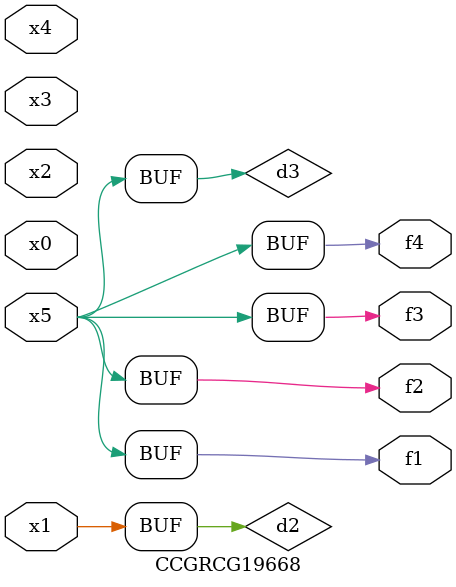
<source format=v>
module CCGRCG19668(
	input x0, x1, x2, x3, x4, x5,
	output f1, f2, f3, f4
);

	wire d1, d2, d3;

	not (d1, x5);
	or (d2, x1);
	xnor (d3, d1);
	assign f1 = d3;
	assign f2 = d3;
	assign f3 = d3;
	assign f4 = d3;
endmodule

</source>
